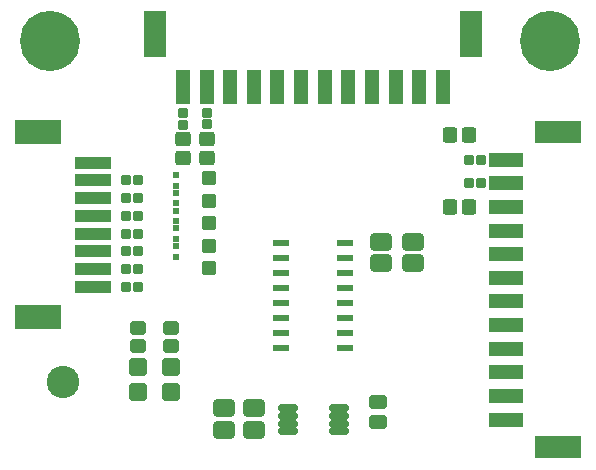
<source format=gts>
G04*
G04 #@! TF.GenerationSoftware,Altium Limited,Altium Designer,22.2.1 (43)*
G04*
G04 Layer_Color=8388736*
%FSLAX25Y25*%
%MOIN*%
G70*
G04*
G04 #@! TF.SameCoordinates,8C13D30C-EDE4-482D-8627-422F1F93D62C*
G04*
G04*
G04 #@! TF.FilePolarity,Negative*
G04*
G01*
G75*
%ADD19R,0.05728X0.02197*%
G04:AMPARAMS|DCode=33|XSize=63.12mil|YSize=43.43mil|CornerRadius=6.66mil|HoleSize=0mil|Usage=FLASHONLY|Rotation=180.000|XOffset=0mil|YOffset=0mil|HoleType=Round|Shape=RoundedRectangle|*
%AMROUNDEDRECTD33*
21,1,0.06312,0.03012,0,0,180.0*
21,1,0.04980,0.04343,0,0,180.0*
1,1,0.01332,-0.02490,0.01506*
1,1,0.01332,0.02490,0.01506*
1,1,0.01332,0.02490,-0.01506*
1,1,0.01332,-0.02490,-0.01506*
%
%ADD33ROUNDEDRECTD33*%
%ADD34R,0.12217X0.03950*%
%ADD35R,0.15761X0.07887*%
%ADD36R,0.07687X0.15561*%
%ADD37R,0.04537X0.11230*%
%ADD38R,0.15561X0.07687*%
%ADD39R,0.11230X0.04537*%
G04:AMPARAMS|DCode=40|XSize=51.31mil|YSize=47.37mil|CornerRadius=7.94mil|HoleSize=0mil|Usage=FLASHONLY|Rotation=0.000|XOffset=0mil|YOffset=0mil|HoleType=Round|Shape=RoundedRectangle|*
%AMROUNDEDRECTD40*
21,1,0.05131,0.03150,0,0,0.0*
21,1,0.03543,0.04737,0,0,0.0*
1,1,0.01587,0.01772,-0.01575*
1,1,0.01587,-0.01772,-0.01575*
1,1,0.01587,-0.01772,0.01575*
1,1,0.01587,0.01772,0.01575*
%
%ADD40ROUNDEDRECTD40*%
G04:AMPARAMS|DCode=41|XSize=31.62mil|YSize=35.56mil|CornerRadius=5.77mil|HoleSize=0mil|Usage=FLASHONLY|Rotation=180.000|XOffset=0mil|YOffset=0mil|HoleType=Round|Shape=RoundedRectangle|*
%AMROUNDEDRECTD41*
21,1,0.03162,0.02402,0,0,180.0*
21,1,0.02008,0.03556,0,0,180.0*
1,1,0.01154,-0.01004,0.01201*
1,1,0.01154,0.01004,0.01201*
1,1,0.01154,0.01004,-0.01201*
1,1,0.01154,-0.01004,-0.01201*
%
%ADD41ROUNDEDRECTD41*%
G04:AMPARAMS|DCode=42|XSize=31.62mil|YSize=35.56mil|CornerRadius=5.77mil|HoleSize=0mil|Usage=FLASHONLY|Rotation=270.000|XOffset=0mil|YOffset=0mil|HoleType=Round|Shape=RoundedRectangle|*
%AMROUNDEDRECTD42*
21,1,0.03162,0.02402,0,0,270.0*
21,1,0.02008,0.03556,0,0,270.0*
1,1,0.01154,-0.01201,-0.01004*
1,1,0.01154,-0.01201,0.01004*
1,1,0.01154,0.01201,0.01004*
1,1,0.01154,0.01201,-0.01004*
%
%ADD42ROUNDEDRECTD42*%
G04:AMPARAMS|DCode=43|XSize=57.21mil|YSize=70.99mil|CornerRadius=8.92mil|HoleSize=0mil|Usage=FLASHONLY|Rotation=90.000|XOffset=0mil|YOffset=0mil|HoleType=Round|Shape=RoundedRectangle|*
%AMROUNDEDRECTD43*
21,1,0.05721,0.05315,0,0,90.0*
21,1,0.03937,0.07099,0,0,90.0*
1,1,0.01784,0.02657,0.01968*
1,1,0.01784,0.02657,-0.01968*
1,1,0.01784,-0.02657,-0.01968*
1,1,0.01784,-0.02657,0.01968*
%
%ADD43ROUNDEDRECTD43*%
G04:AMPARAMS|DCode=44|XSize=51.31mil|YSize=47.37mil|CornerRadius=7.94mil|HoleSize=0mil|Usage=FLASHONLY|Rotation=270.000|XOffset=0mil|YOffset=0mil|HoleType=Round|Shape=RoundedRectangle|*
%AMROUNDEDRECTD44*
21,1,0.05131,0.03150,0,0,270.0*
21,1,0.03543,0.04737,0,0,270.0*
1,1,0.01587,-0.01575,-0.01772*
1,1,0.01587,-0.01575,0.01772*
1,1,0.01587,0.01575,0.01772*
1,1,0.01587,0.01575,-0.01772*
%
%ADD44ROUNDEDRECTD44*%
G04:AMPARAMS|DCode=45|XSize=47.37mil|YSize=47.37mil|CornerRadius=7.94mil|HoleSize=0mil|Usage=FLASHONLY|Rotation=90.000|XOffset=0mil|YOffset=0mil|HoleType=Round|Shape=RoundedRectangle|*
%AMROUNDEDRECTD45*
21,1,0.04737,0.03150,0,0,90.0*
21,1,0.03150,0.04737,0,0,90.0*
1,1,0.01587,0.01575,0.01575*
1,1,0.01587,0.01575,-0.01575*
1,1,0.01587,-0.01575,-0.01575*
1,1,0.01587,-0.01575,0.01575*
%
%ADD45ROUNDEDRECTD45*%
G04:AMPARAMS|DCode=46|XSize=59.18mil|YSize=59.18mil|CornerRadius=9.12mil|HoleSize=0mil|Usage=FLASHONLY|Rotation=270.000|XOffset=0mil|YOffset=0mil|HoleType=Round|Shape=RoundedRectangle|*
%AMROUNDEDRECTD46*
21,1,0.05918,0.04095,0,0,270.0*
21,1,0.04095,0.05918,0,0,270.0*
1,1,0.01824,-0.02047,-0.02047*
1,1,0.01824,-0.02047,0.02047*
1,1,0.01824,0.02047,0.02047*
1,1,0.01824,0.02047,-0.02047*
%
%ADD46ROUNDEDRECTD46*%
G04:AMPARAMS|DCode=47|XSize=51.31mil|YSize=47.37mil|CornerRadius=6.95mil|HoleSize=0mil|Usage=FLASHONLY|Rotation=0.000|XOffset=0mil|YOffset=0mil|HoleType=Round|Shape=RoundedRectangle|*
%AMROUNDEDRECTD47*
21,1,0.05131,0.03347,0,0,0.0*
21,1,0.03740,0.04737,0,0,0.0*
1,1,0.01391,0.01870,-0.01673*
1,1,0.01391,-0.01870,-0.01673*
1,1,0.01391,-0.01870,0.01673*
1,1,0.01391,0.01870,0.01673*
%
%ADD47ROUNDEDRECTD47*%
G04:AMPARAMS|DCode=48|XSize=65.09mil|YSize=25.72mil|CornerRadius=6.22mil|HoleSize=0mil|Usage=FLASHONLY|Rotation=0.000|XOffset=0mil|YOffset=0mil|HoleType=Round|Shape=RoundedRectangle|*
%AMROUNDEDRECTD48*
21,1,0.06509,0.01329,0,0,0.0*
21,1,0.05266,0.02572,0,0,0.0*
1,1,0.01243,0.02633,-0.00664*
1,1,0.01243,-0.02633,-0.00664*
1,1,0.01243,-0.02633,0.00664*
1,1,0.01243,0.02633,0.00664*
%
%ADD48ROUNDEDRECTD48*%
G04:AMPARAMS|DCode=49|XSize=17.72mil|YSize=21.65mil|CornerRadius=3mil|HoleSize=0mil|Usage=FLASHONLY|Rotation=90.000|XOffset=0mil|YOffset=0mil|HoleType=Round|Shape=RoundedRectangle|*
%AMROUNDEDRECTD49*
21,1,0.01772,0.01565,0,0,90.0*
21,1,0.01171,0.02165,0,0,90.0*
1,1,0.00600,0.00783,0.00586*
1,1,0.00600,0.00783,-0.00586*
1,1,0.00600,-0.00783,-0.00586*
1,1,0.00600,-0.00783,0.00586*
%
%ADD49ROUNDEDRECTD49*%
%ADD50C,0.20079*%
%ADD51C,0.10800*%
D19*
X400928Y348000D02*
D03*
Y343000D02*
D03*
Y338000D02*
D03*
Y333000D02*
D03*
Y328000D02*
D03*
Y323000D02*
D03*
Y318000D02*
D03*
Y313000D02*
D03*
X379500D02*
D03*
Y318000D02*
D03*
Y323000D02*
D03*
Y328000D02*
D03*
Y333000D02*
D03*
Y338000D02*
D03*
Y343000D02*
D03*
Y348000D02*
D03*
D33*
X412000Y294807D02*
D03*
Y288311D02*
D03*
D34*
X317000Y374716D02*
D03*
Y368811D02*
D03*
Y362906D02*
D03*
Y357000D02*
D03*
Y351095D02*
D03*
Y345189D02*
D03*
Y339283D02*
D03*
Y333378D02*
D03*
D35*
X298496Y323142D02*
D03*
Y384953D02*
D03*
D36*
X337630Y417520D02*
D03*
X442748D02*
D03*
D37*
X346882Y400000D02*
D03*
X354756D02*
D03*
X362630D02*
D03*
X370504D02*
D03*
X378378D02*
D03*
X386252D02*
D03*
X394126D02*
D03*
X402000D02*
D03*
X409874D02*
D03*
X417748D02*
D03*
X425622D02*
D03*
X433496D02*
D03*
D38*
X472000Y385000D02*
D03*
Y279882D02*
D03*
D39*
X454480Y375748D02*
D03*
Y367874D02*
D03*
Y360000D02*
D03*
Y352126D02*
D03*
Y344252D02*
D03*
Y336378D02*
D03*
Y328504D02*
D03*
Y320630D02*
D03*
Y312756D02*
D03*
Y304882D02*
D03*
Y297008D02*
D03*
Y289134D02*
D03*
D40*
X354756Y376350D02*
D03*
Y382650D02*
D03*
X346882Y376350D02*
D03*
Y382650D02*
D03*
D41*
X446169Y367874D02*
D03*
X442232D02*
D03*
Y375748D02*
D03*
X446169D02*
D03*
X328031Y333378D02*
D03*
X331968D02*
D03*
X328031Y339283D02*
D03*
X331968D02*
D03*
X328031Y345189D02*
D03*
X331968D02*
D03*
X328031Y362906D02*
D03*
X331968D02*
D03*
X328031Y351095D02*
D03*
X331968D02*
D03*
X328031Y357000D02*
D03*
X331968D02*
D03*
X328031Y368811D02*
D03*
X331968D02*
D03*
D42*
X346882Y387297D02*
D03*
Y391234D02*
D03*
X354756Y387500D02*
D03*
Y391437D02*
D03*
D43*
X360500Y292839D02*
D03*
Y285791D02*
D03*
X370500Y292839D02*
D03*
Y285791D02*
D03*
X423500Y341176D02*
D03*
Y348224D02*
D03*
X413000Y341176D02*
D03*
Y348224D02*
D03*
D44*
X442232Y384000D02*
D03*
X435932D02*
D03*
X442232Y360000D02*
D03*
X435932D02*
D03*
D45*
X355500Y347000D02*
D03*
Y369500D02*
D03*
Y362000D02*
D03*
Y354500D02*
D03*
Y339500D02*
D03*
D46*
X332000Y306500D02*
D03*
Y298232D02*
D03*
X343000D02*
D03*
Y306500D02*
D03*
D47*
X332000Y319799D02*
D03*
Y313500D02*
D03*
X343000Y319799D02*
D03*
Y313500D02*
D03*
D48*
X398965Y292839D02*
D03*
Y290280D02*
D03*
Y287720D02*
D03*
Y285161D02*
D03*
X382035D02*
D03*
Y287720D02*
D03*
Y290280D02*
D03*
Y292839D02*
D03*
D49*
X344500Y343466D02*
D03*
Y346911D02*
D03*
Y349372D02*
D03*
Y352817D02*
D03*
Y361183D02*
D03*
Y364628D02*
D03*
Y355278D02*
D03*
Y358722D02*
D03*
Y370533D02*
D03*
Y367089D02*
D03*
D50*
X302689Y415311D02*
D03*
X469311D02*
D03*
D51*
X307000Y301513D02*
D03*
M02*

</source>
